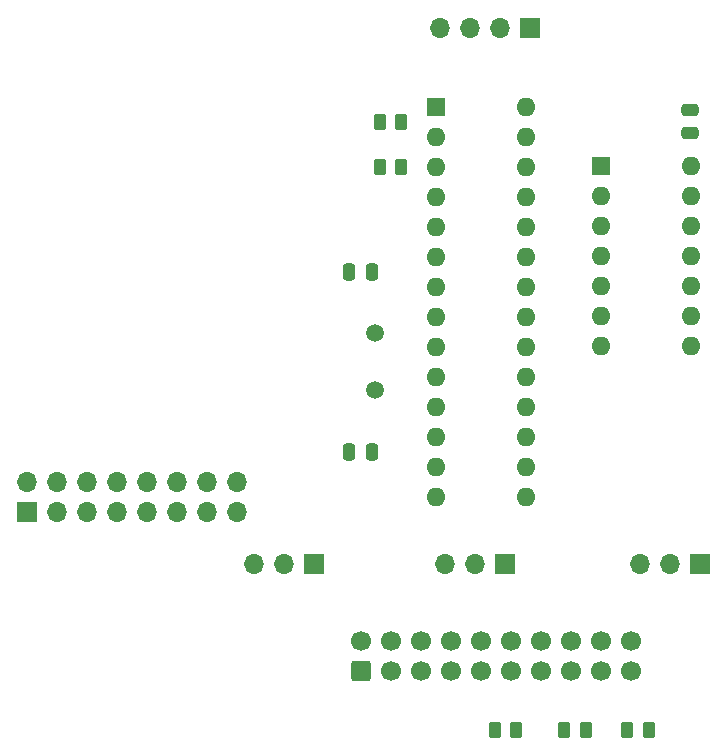
<source format=gbr>
%TF.GenerationSoftware,KiCad,Pcbnew,(6.0.1)*%
%TF.CreationDate,2022-02-14T23:43:43+08:00*%
%TF.ProjectId,SDisk2_Simple,53446973-6b32-45f5-9369-6d706c652e6b,rev?*%
%TF.SameCoordinates,Original*%
%TF.FileFunction,Soldermask,Top*%
%TF.FilePolarity,Negative*%
%FSLAX46Y46*%
G04 Gerber Fmt 4.6, Leading zero omitted, Abs format (unit mm)*
G04 Created by KiCad (PCBNEW (6.0.1)) date 2022-02-14 23:43:43*
%MOMM*%
%LPD*%
G01*
G04 APERTURE LIST*
G04 Aperture macros list*
%AMRoundRect*
0 Rectangle with rounded corners*
0 $1 Rounding radius*
0 $2 $3 $4 $5 $6 $7 $8 $9 X,Y pos of 4 corners*
0 Add a 4 corners polygon primitive as box body*
4,1,4,$2,$3,$4,$5,$6,$7,$8,$9,$2,$3,0*
0 Add four circle primitives for the rounded corners*
1,1,$1+$1,$2,$3*
1,1,$1+$1,$4,$5*
1,1,$1+$1,$6,$7*
1,1,$1+$1,$8,$9*
0 Add four rect primitives between the rounded corners*
20,1,$1+$1,$2,$3,$4,$5,0*
20,1,$1+$1,$4,$5,$6,$7,0*
20,1,$1+$1,$6,$7,$8,$9,0*
20,1,$1+$1,$8,$9,$2,$3,0*%
G04 Aperture macros list end*
%ADD10R,1.700000X1.700000*%
%ADD11O,1.700000X1.700000*%
%ADD12RoundRect,0.250000X-0.262500X-0.450000X0.262500X-0.450000X0.262500X0.450000X-0.262500X0.450000X0*%
%ADD13R,1.600000X1.600000*%
%ADD14O,1.600000X1.600000*%
%ADD15RoundRect,0.250000X0.250000X0.475000X-0.250000X0.475000X-0.250000X-0.475000X0.250000X-0.475000X0*%
%ADD16RoundRect,0.250000X0.262500X0.450000X-0.262500X0.450000X-0.262500X-0.450000X0.262500X-0.450000X0*%
%ADD17C,1.500000*%
%ADD18RoundRect,0.250000X0.475000X-0.250000X0.475000X0.250000X-0.475000X0.250000X-0.475000X-0.250000X0*%
%ADD19RoundRect,0.250000X0.600000X-0.600000X0.600000X0.600000X-0.600000X0.600000X-0.600000X-0.600000X0*%
%ADD20C,1.700000*%
G04 APERTURE END LIST*
D10*
%TO.C,U3*%
X-9796178Y-33212836D03*
D11*
X-9796178Y-30672836D03*
X-7256178Y-30672836D03*
X-7256178Y-33212836D03*
X-4716178Y-30672836D03*
X-4716178Y-33212836D03*
X-2176178Y-33212836D03*
X-2176178Y-30672836D03*
X363822Y-33212836D03*
X363822Y-30672836D03*
X2903822Y-33212836D03*
X2903822Y-30672836D03*
X5443822Y-33212836D03*
X5443822Y-30672836D03*
X7983822Y-33212836D03*
X7983822Y-30672836D03*
%TD*%
D12*
%TO.C,R6*%
X20031322Y-3962836D03*
X21856322Y-3962836D03*
%TD*%
D13*
%TO.C,U1*%
X38733822Y-3957836D03*
D14*
X38733822Y-6497836D03*
X38733822Y-9037836D03*
X38733822Y-11577836D03*
X38733822Y-14117836D03*
X38733822Y-16657836D03*
X38733822Y-19197836D03*
X46353822Y-19197836D03*
X46353822Y-16657836D03*
X46353822Y-14117836D03*
X46353822Y-11577836D03*
X46353822Y-9037836D03*
X46353822Y-6497836D03*
X46353822Y-3957836D03*
%TD*%
D15*
%TO.C,C6*%
X19353822Y-12852836D03*
X17453822Y-12852836D03*
%TD*%
D16*
%TO.C,R5*%
X37470103Y-51644541D03*
X35645103Y-51644541D03*
%TD*%
D17*
%TO.C,Y1*%
X19673822Y-18022836D03*
X19673822Y-22902836D03*
%TD*%
D18*
%TO.C,C1*%
X46343822Y-1102836D03*
X46343822Y797164D03*
%TD*%
D16*
%TO.C,R1*%
X21856322Y-152836D03*
X20031322Y-152836D03*
%TD*%
D13*
%TO.C,U2*%
X24763822Y1107164D03*
D14*
X24763822Y-1432836D03*
X24763822Y-3972836D03*
X24763822Y-6512836D03*
X24763822Y-9052836D03*
X24763822Y-11592836D03*
X24763822Y-14132836D03*
X24763822Y-16672836D03*
X24763822Y-19212836D03*
X24763822Y-21752836D03*
X24763822Y-24292836D03*
X24763822Y-26832836D03*
X24763822Y-29372836D03*
X24763822Y-31912836D03*
X32383822Y-31912836D03*
X32383822Y-29372836D03*
X32383822Y-26832836D03*
X32383822Y-24292836D03*
X32383822Y-21752836D03*
X32383822Y-19212836D03*
X32383822Y-16672836D03*
X32383822Y-14132836D03*
X32383822Y-11592836D03*
X32383822Y-9052836D03*
X32383822Y-6512836D03*
X32383822Y-3972836D03*
X32383822Y-1432836D03*
X32383822Y1107164D03*
%TD*%
D16*
%TO.C,R3*%
X42798074Y-51644541D03*
X40973074Y-51644541D03*
%TD*%
D19*
%TO.C,J2*%
X18432838Y-46667415D03*
D20*
X18432838Y-44127415D03*
X20972838Y-46667415D03*
X20972838Y-44127415D03*
X23512838Y-46667415D03*
X23512838Y-44127415D03*
X26052838Y-46667415D03*
X26052838Y-44127415D03*
X28592838Y-46667415D03*
X28592838Y-44127415D03*
X31132838Y-46667415D03*
X31132838Y-44127415D03*
X33672838Y-46667415D03*
X33672838Y-44127415D03*
X36212838Y-46667415D03*
X36212838Y-44127415D03*
X38752838Y-46667415D03*
X38752838Y-44127415D03*
X41292838Y-46667415D03*
X41292838Y-44127415D03*
%TD*%
D15*
%TO.C,C7*%
X19353822Y-28092836D03*
X17453822Y-28092836D03*
%TD*%
D16*
%TO.C,R2*%
X31595161Y-51644541D03*
X29770161Y-51644541D03*
%TD*%
D10*
%TO.C,U4*%
X47193822Y-37628820D03*
D11*
X44653822Y-37628820D03*
X42113822Y-37628820D03*
%TD*%
D10*
%TO.C,U5*%
X30683822Y-37628820D03*
D11*
X28143822Y-37628820D03*
X25603822Y-37628820D03*
%TD*%
D10*
%TO.C,U6*%
X14498822Y-37628820D03*
D11*
X11958822Y-37628820D03*
X9418822Y-37628820D03*
%TD*%
D10*
%TO.C,U7*%
X32751322Y7753186D03*
D11*
X30211322Y7753186D03*
X27671322Y7753186D03*
X25131322Y7753186D03*
%TD*%
M02*

</source>
